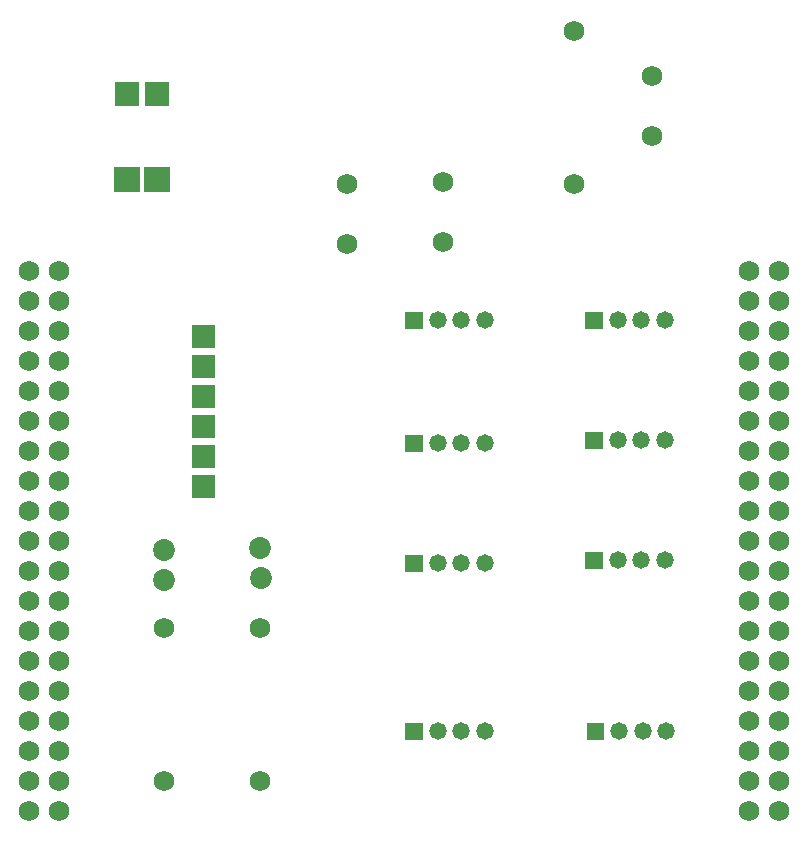
<source format=gbs>
G04 Layer: BottomSolderMaskLayer*
G04 EasyEDA v6.4.31, 2022-02-12 11:49:02*
G04 e007ce868bfc41669b98f304f8b66a95,955daf9958a1483280a48a3f8fd5623a,10*
G04 Gerber Generator version 0.2*
G04 Scale: 100 percent, Rotated: No, Reflected: No *
G04 Dimensions in millimeters *
G04 leading zeros omitted , absolute positions ,4 integer and 5 decimal *
%FSLAX45Y45*%
%MOMM*%

%ADD25C,1.4732*%
%ADD26C,1.8542*%
%ADD29R,2.1336X2.1336*%
%ADD31C,1.7272*%

%LPD*%
G36*
X4185665Y5590539D02*
G01*
X4185665Y5737860D01*
X4332986Y5737860D01*
X4332986Y5590539D01*
G37*
D25*
G01*
X4459300Y5664200D03*
G01*
X4659299Y5664200D03*
G01*
X4859299Y5664200D03*
D26*
G01*
X2961309Y6959625D03*
G01*
X2956890Y7213574D03*
G01*
X2146300Y6946900D03*
G01*
X2146300Y7200900D03*
G36*
X5709665Y7038339D02*
G01*
X5709665Y7185660D01*
X5856986Y7185660D01*
X5856986Y7038339D01*
G37*
D25*
G01*
X5983300Y7112000D03*
G01*
X6183299Y7112000D03*
G01*
X6383299Y7112000D03*
G36*
X4185665Y7012939D02*
G01*
X4185665Y7160260D01*
X4332986Y7160260D01*
X4332986Y7012939D01*
G37*
G01*
X4459300Y7086600D03*
G01*
X4659299Y7086600D03*
G01*
X4859299Y7086600D03*
G36*
X5722365Y5590539D02*
G01*
X5722365Y5737860D01*
X5869686Y5737860D01*
X5869686Y5590539D01*
G37*
G01*
X5996000Y5664200D03*
G01*
X6195999Y5664200D03*
G01*
X6395999Y5664200D03*
D29*
G01*
X2082800Y11061700D03*
G01*
X1828800Y11061700D03*
G36*
X1722120Y10231120D02*
G01*
X1722120Y10444479D01*
X1935479Y10444479D01*
X1935479Y10231120D01*
G37*
G36*
X1976120Y10231120D02*
G01*
X1976120Y10444479D01*
X2189479Y10444479D01*
X2189479Y10231120D01*
G37*
G36*
X2377440Y8905239D02*
G01*
X2377440Y9103360D01*
X2575559Y9103360D01*
X2575559Y8905239D01*
G37*
G36*
X2377440Y8651239D02*
G01*
X2377440Y8849360D01*
X2575559Y8849360D01*
X2575559Y8651239D01*
G37*
G36*
X2377440Y8397239D02*
G01*
X2377440Y8595360D01*
X2575559Y8595360D01*
X2575559Y8397239D01*
G37*
G36*
X2377440Y8143239D02*
G01*
X2377440Y8341360D01*
X2575559Y8341360D01*
X2575559Y8143239D01*
G37*
G36*
X2377440Y7889239D02*
G01*
X2377440Y8087360D01*
X2575559Y8087360D01*
X2575559Y7889239D01*
G37*
G36*
X2377440Y7635239D02*
G01*
X2377440Y7833360D01*
X2575559Y7833360D01*
X2575559Y7635239D01*
G37*
D31*
G01*
X7099300Y9563100D03*
G01*
X7353300Y9563100D03*
G01*
X7099300Y9309100D03*
G01*
X7353300Y9309100D03*
G01*
X7099300Y9055100D03*
G01*
X7353300Y9055100D03*
G01*
X7099300Y8801100D03*
G01*
X7353300Y8801100D03*
G01*
X7099300Y8547100D03*
G01*
X7353300Y8547100D03*
G01*
X7099300Y8293100D03*
G01*
X7353300Y8293100D03*
G01*
X7099300Y8039100D03*
G01*
X7353300Y8039100D03*
G01*
X7099300Y7785100D03*
G01*
X7353300Y7785100D03*
G01*
X7099300Y7531100D03*
G01*
X7353300Y7531100D03*
G01*
X7099300Y7277100D03*
G01*
X7353300Y7277100D03*
G01*
X7099300Y7023100D03*
G01*
X7353300Y7023100D03*
G01*
X7099300Y6769100D03*
G01*
X7353300Y6769100D03*
G01*
X7099300Y6515100D03*
G01*
X7353300Y6515100D03*
G01*
X7099300Y6261100D03*
G01*
X7353300Y6261100D03*
G01*
X7099300Y6007100D03*
G01*
X7353300Y6007100D03*
G01*
X7099300Y5753100D03*
G01*
X7353300Y5753100D03*
G01*
X7099300Y5499100D03*
G01*
X7353300Y5499100D03*
G01*
X7099300Y5245100D03*
G01*
X7353300Y5245100D03*
G01*
X7099300Y4991100D03*
G01*
X7353300Y4991100D03*
G01*
X1003300Y9563100D03*
G01*
X1257300Y9563100D03*
G01*
X1003300Y9309100D03*
G01*
X1257300Y9309100D03*
G01*
X1003300Y9055100D03*
G01*
X1257300Y9055100D03*
G01*
X1003300Y8801100D03*
G01*
X1257300Y8801100D03*
G01*
X1003300Y8547100D03*
G01*
X1257300Y8547100D03*
G01*
X1003300Y8293100D03*
G01*
X1257300Y8293100D03*
G01*
X1003300Y8039100D03*
G01*
X1257300Y8039100D03*
G01*
X1003300Y7785100D03*
G01*
X1257300Y7785100D03*
G01*
X1003300Y7531100D03*
G01*
X1257300Y7531100D03*
G01*
X1003300Y7277100D03*
G01*
X1257300Y7277100D03*
G01*
X1003300Y7023100D03*
G01*
X1257300Y7023100D03*
G01*
X1003300Y6769100D03*
G01*
X1257300Y6769100D03*
G01*
X1003300Y6515100D03*
G01*
X1257300Y6515100D03*
G01*
X1003300Y6261100D03*
G01*
X1257300Y6261100D03*
G01*
X1003300Y6007100D03*
G01*
X1257300Y6007100D03*
G01*
X1003300Y5753100D03*
G01*
X1257300Y5753100D03*
G01*
X1003300Y5499100D03*
G01*
X1257300Y5499100D03*
G01*
X1003300Y5245100D03*
G01*
X1257300Y5245100D03*
G01*
X1003300Y4991100D03*
G01*
X1257300Y4991100D03*
G01*
X3695700Y10299700D03*
G01*
X3695700Y9791700D03*
G01*
X4508500Y9804400D03*
G01*
X4508500Y10312400D03*
G01*
X6273800Y10706100D03*
G01*
X6273800Y11214100D03*
G36*
X5709665Y9070339D02*
G01*
X5709665Y9217660D01*
X5856986Y9217660D01*
X5856986Y9070339D01*
G37*
D25*
G01*
X5983300Y9144000D03*
G01*
X6183299Y9144000D03*
G01*
X6383299Y9144000D03*
G36*
X4185665Y8028939D02*
G01*
X4185665Y8176260D01*
X4332986Y8176260D01*
X4332986Y8028939D01*
G37*
G01*
X4459300Y8102600D03*
G01*
X4659299Y8102600D03*
G01*
X4859299Y8102600D03*
G36*
X5709665Y8054339D02*
G01*
X5709665Y8201660D01*
X5856986Y8201660D01*
X5856986Y8054339D01*
G37*
G01*
X5983300Y8128000D03*
G01*
X6183299Y8128000D03*
G01*
X6383299Y8128000D03*
G36*
X4185665Y9070339D02*
G01*
X4185665Y9217660D01*
X4332986Y9217660D01*
X4332986Y9070339D01*
G37*
G01*
X4459300Y9144000D03*
G01*
X4659299Y9144000D03*
G01*
X4859299Y9144000D03*
D31*
G01*
X2146300Y5242788D03*
G01*
X2146300Y6542786D03*
G01*
X5613400Y11597386D03*
G01*
X5613400Y10297388D03*
G01*
X2959100Y5242788D03*
G01*
X2959100Y6542786D03*
M02*

</source>
